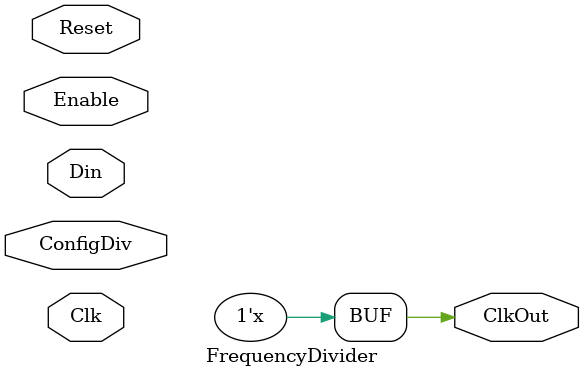
<source format=sv>
module FrequencyDivider (Clk,
                         Din,
                         ConfigDiv,
                         Enable,
                         ClkOut,
                         Reset);
  input Clk,Reset,Enable,ConfigDiv;
  input [31:0] Din;
  output reg ClkOut=0;
  reg [31:0] i=0;

  reg [31:0] Div=0;

  always@(posedge Reset)
    begin
      Div<=0;
      ClkOut<=0;
      i<=0;
    end

  always@(posedge Clk)
    if(!Reset && !Enable)
      begin
        ClkOut<=0;
        if(ConfigDiv)
          Div<=Din;
      end

  always@(Clk)
    if(!Reset && Enable)
      begin
        if(i >= Div)
          begin
            ClkOut<=~ClkOut;
            i=0;
          end
        i<=i+1;
      end

endmodule

</source>
